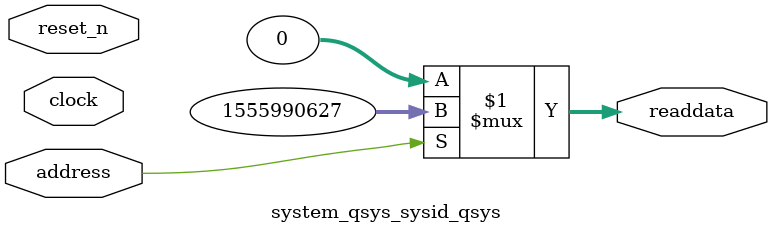
<source format=v>

`timescale 1ns / 1ps
// synthesis translate_on

// turn off superfluous verilog processor warnings 
// altera message_level Level1 
// altera message_off 10034 10035 10036 10037 10230 10240 10030 

module system_qsys_sysid_qsys (
               // inputs:
                address,
                clock,
                reset_n,

               // outputs:
                readdata
             )
;

  output  [ 31: 0] readdata;
  input            address;
  input            clock;
  input            reset_n;

  wire    [ 31: 0] readdata;
  //control_slave, which is an e_avalon_slave
  assign readdata = address ? 1555990627 : 0;

endmodule




</source>
